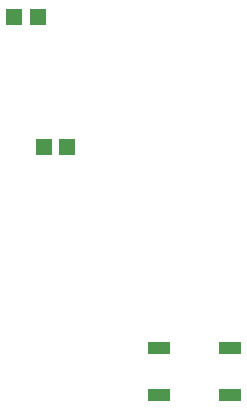
<source format=gtp>
G04 #@! TF.GenerationSoftware,KiCad,Pcbnew,9.0.4*
G04 #@! TF.CreationDate,2025-10-07T22:59:05+02:00*
G04 #@! TF.ProjectId,wb50,77623530-2e6b-4696-9361-645f70636258,rev?*
G04 #@! TF.SameCoordinates,Original*
G04 #@! TF.FileFunction,Paste,Top*
G04 #@! TF.FilePolarity,Positive*
%FSLAX46Y46*%
G04 Gerber Fmt 4.6, Leading zero omitted, Abs format (unit mm)*
G04 Created by KiCad (PCBNEW 9.0.4) date 2025-10-07 22:59:05*
%MOMM*%
%LPD*%
G01*
G04 APERTURE LIST*
%ADD10R,1.964999X0.980010*%
%ADD11R,1.410008X1.350013*%
G04 APERTURE END LIST*
D10*
G04 #@! TO.C,U3*
X512807785Y-209354953D03*
X512807785Y-213354953D03*
X518772733Y-213354953D03*
X518772733Y-209354953D03*
G04 #@! TD*
D11*
G04 #@! TO.C,C3*
X505040259Y-192354953D03*
X503040259Y-192354953D03*
G04 #@! TD*
G04 #@! TO.C,C4*
X500540259Y-181354953D03*
X502540259Y-181354953D03*
G04 #@! TD*
M02*

</source>
